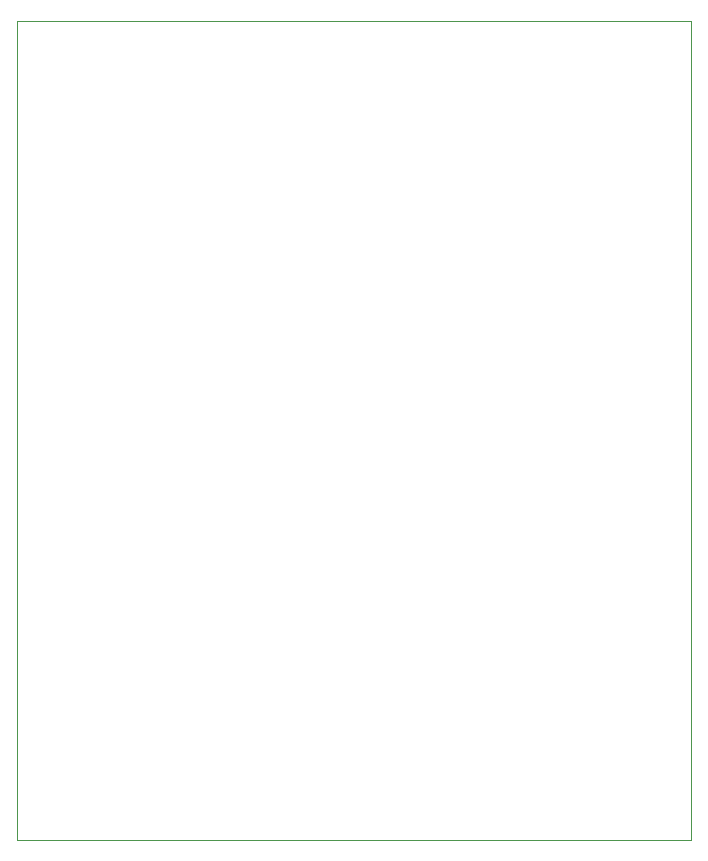
<source format=gm1>
%TF.GenerationSoftware,KiCad,Pcbnew,(6.0.10)*%
%TF.CreationDate,2023-01-17T15:39:30+01:00*%
%TF.ProjectId,kvm,6b766d2e-6b69-4636-9164-5f7063625858,v01*%
%TF.SameCoordinates,Original*%
%TF.FileFunction,Profile,NP*%
%FSLAX46Y46*%
G04 Gerber Fmt 4.6, Leading zero omitted, Abs format (unit mm)*
G04 Created by KiCad (PCBNEW (6.0.10)) date 2023-01-17 15:39:30*
%MOMM*%
%LPD*%
G01*
G04 APERTURE LIST*
%TA.AperFunction,Profile*%
%ADD10C,0.100000*%
%TD*%
G04 APERTURE END LIST*
D10*
X116713000Y-39370000D02*
X59690000Y-39370000D01*
X59690000Y-39370000D02*
X59690000Y-108712000D01*
X59690000Y-108712000D02*
X116713000Y-108712000D01*
X116713000Y-108712000D02*
X116713000Y-39370000D01*
M02*

</source>
